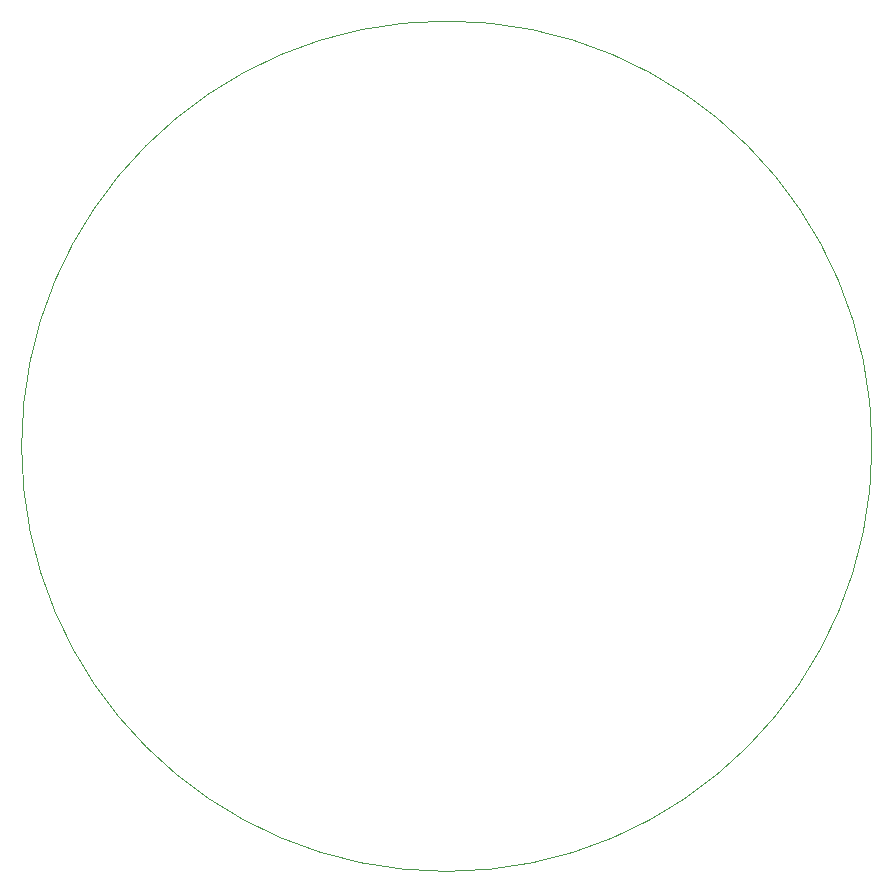
<source format=gm1>
%TF.GenerationSoftware,KiCad,Pcbnew,8.0.4*%
%TF.CreationDate,2024-08-27T21:01:55+02:00*%
%TF.ProjectId,smartEggTimer,736d6172-7445-4676-9754-696d65722e6b,rev?*%
%TF.SameCoordinates,Original*%
%TF.FileFunction,Profile,NP*%
%FSLAX46Y46*%
G04 Gerber Fmt 4.6, Leading zero omitted, Abs format (unit mm)*
G04 Created by KiCad (PCBNEW 8.0.4) date 2024-08-27 21:01:55*
%MOMM*%
%LPD*%
G01*
G04 APERTURE LIST*
%TA.AperFunction,Profile*%
%ADD10C,0.050000*%
%TD*%
G04 APERTURE END LIST*
D10*
X136000000Y-100000000D02*
G75*
G02*
X64000000Y-100000000I-36000000J0D01*
G01*
X64000000Y-100000000D02*
G75*
G02*
X136000000Y-100000000I36000000J0D01*
G01*
M02*

</source>
